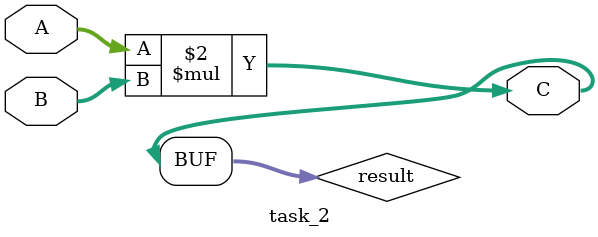
<source format=sv>
module task_2(

// Âõîäíûå ïîðòû
input logic [7:0] A,
input logic [7:0] B,

// Âûõîäíîé ïîðò
output logic [15:0] C

);

// Îáúÿâëåíèå ðåãèñòðà äëÿ õðàíåíèÿ ðåçóëüòàòà
logic [15:0] result;

// Áëîê âñåãäà âûïîëíÿåòñÿ
always_comb begin

// Êîììåíòàðèé:
// Çäåñü ïðîèñõîäèò ñàìî âû÷èñëåíèå - óìíîæåíèå A íà B

// Óìíîæàåì A íà B
result = A * B;

// Êîììåíòàðèé:
// Â ðåçóëüòàò çàïèñûâàåì ïîìåùàåì ðåçóëüòàò óìíîæåíèÿ

end

// Êîììåíòàðèé:
// Îïåðàòîð assign êîïèðóåò çíà÷åíèå èç âíóòðåííåãî ðåãèñòðà result â âûõîä C

assign C = result;

endmodule
</source>
